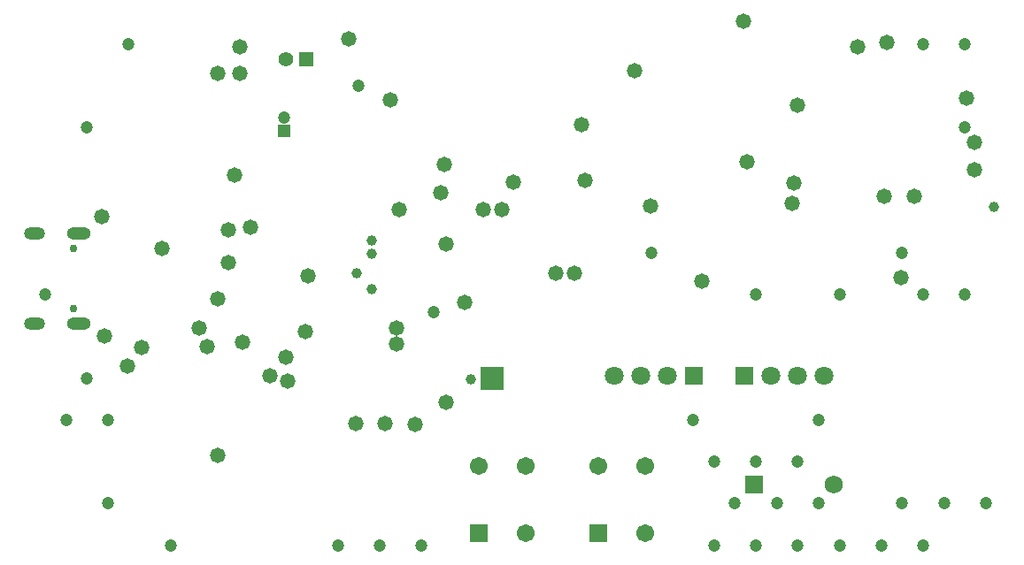
<source format=gbs>
G04*
G04 #@! TF.GenerationSoftware,Altium Limited,Altium Designer,23.2.1 (34)*
G04*
G04 Layer_Color=16711935*
%FSLAX44Y44*%
%MOMM*%
G71*
G04*
G04 #@! TF.SameCoordinates,8496A63A-E985-4FE9-BA7E-BC2AAF8C8172*
G04*
G04*
G04 #@! TF.FilePolarity,Negative*
G04*
G01*
G75*
%ADD54R,2.2032X2.2032*%
%ADD86C,1.8032*%
%ADD87R,1.8032X1.8032*%
%ADD88C,1.7112*%
%ADD89R,1.7112X1.7112*%
%ADD90R,1.4032X1.4032*%
%ADD91C,1.4032*%
%ADD92O,2.3032X1.2032*%
%ADD93C,0.7500*%
%ADD94O,2.0032X1.2032*%
%ADD95C,1.2032*%
%ADD96R,1.2032X1.2032*%
%ADD97R,1.7532X1.7532*%
%ADD98C,1.7532*%
%ADD99C,1.0032*%
%ADD100C,1.4732*%
D54*
X828040Y800100D02*
D03*
D86*
X1145540Y802640D02*
D03*
X1120140D02*
D03*
X1094740D02*
D03*
X944880D02*
D03*
X970280D02*
D03*
X995680D02*
D03*
D87*
X1069340D02*
D03*
X1021080D02*
D03*
D88*
X973983Y716280D02*
D03*
Y651280D02*
D03*
X928983Y716280D02*
D03*
X815084D02*
D03*
X860084Y651280D02*
D03*
Y716280D02*
D03*
D89*
X928983Y651280D02*
D03*
X815084D02*
D03*
D90*
X650080Y1105226D02*
D03*
D91*
X630080D02*
D03*
D92*
X432045Y852150D02*
D03*
Y938550D02*
D03*
D93*
X427045Y924250D02*
D03*
Y866450D02*
D03*
D94*
X390245Y938550D02*
D03*
Y852150D02*
D03*
D95*
X629019Y1049752D02*
D03*
X1080000Y720000D02*
D03*
X1280000Y1120000D02*
D03*
Y1040000D02*
D03*
Y880000D02*
D03*
X1300000Y680000D02*
D03*
X1240000Y1120000D02*
D03*
Y880000D02*
D03*
X1260000Y680000D02*
D03*
X1240000Y640000D02*
D03*
X1220000Y920000D02*
D03*
Y680000D02*
D03*
X1200000Y640000D02*
D03*
X1160000Y880000D02*
D03*
Y640000D02*
D03*
X1140000Y760000D02*
D03*
X1120000Y720000D02*
D03*
X1140000Y680000D02*
D03*
X1120000Y640000D02*
D03*
X1080000Y880000D02*
D03*
X1100000Y680000D02*
D03*
X1080000Y640000D02*
D03*
X1040000Y720000D02*
D03*
X1060000Y680000D02*
D03*
X1040000Y640000D02*
D03*
X1020000Y760000D02*
D03*
X980000Y920000D02*
D03*
X760000Y640000D02*
D03*
X720000D02*
D03*
X700000Y1080000D02*
D03*
X680000Y640000D02*
D03*
X520000D02*
D03*
X480000Y1120000D02*
D03*
X440000Y1040000D02*
D03*
Y800000D02*
D03*
X460000Y760000D02*
D03*
Y680000D02*
D03*
X400000Y880000D02*
D03*
X420000Y760000D02*
D03*
X772160Y863600D02*
D03*
D96*
X629019Y1037052D02*
D03*
D97*
X1078230Y698500D02*
D03*
D98*
X1154430D02*
D03*
D99*
X807720Y798830D02*
D03*
X1308100Y963930D02*
D03*
X712470Y919480D02*
D03*
Y885190D02*
D03*
X698500Y900430D02*
D03*
X712470Y932180D02*
D03*
D100*
X511810Y924560D02*
D03*
X916940Y989330D02*
D03*
X730250Y1066800D02*
D03*
X1219200Y896620D02*
D03*
X1205230Y1121410D02*
D03*
X1177290Y1117600D02*
D03*
X1231900Y974090D02*
D03*
X1202690D02*
D03*
X1281430Y1068070D02*
D03*
X648970Y844550D02*
D03*
X478790Y811530D02*
D03*
X565150Y726440D02*
D03*
X906780Y900430D02*
D03*
X889000D02*
D03*
X783590Y928370D02*
D03*
X1289050Y1026160D02*
D03*
Y999490D02*
D03*
X589280Y834390D02*
D03*
X547370Y848360D02*
D03*
X492760Y829310D02*
D03*
X565150Y876300D02*
D03*
X848360Y988060D02*
D03*
X783590Y777240D02*
D03*
X736600Y848360D02*
D03*
Y833120D02*
D03*
X754380Y755650D02*
D03*
X725170Y756920D02*
D03*
X697230D02*
D03*
X632460Y797560D02*
D03*
X979170Y965200D02*
D03*
X1028700Y892810D02*
D03*
X836930Y961390D02*
D03*
X819150D02*
D03*
X554990Y830580D02*
D03*
X778510Y977900D02*
D03*
X739140Y961390D02*
D03*
X801370Y872490D02*
D03*
X1120140Y1061720D02*
D03*
X963930Y1094740D02*
D03*
X913130Y1042670D02*
D03*
X575310Y942340D02*
D03*
Y910590D02*
D03*
X596900Y944880D02*
D03*
X1068070Y1141730D02*
D03*
X1115060Y967740D02*
D03*
X1116330Y986790D02*
D03*
X1071185Y1007128D02*
D03*
X782320Y1004570D02*
D03*
X690880Y1125220D02*
D03*
X457200Y840740D02*
D03*
X454660Y955040D02*
D03*
X586740Y1117600D02*
D03*
Y1092200D02*
D03*
X581660Y994410D02*
D03*
X565150Y1092200D02*
D03*
X614784Y802011D02*
D03*
X630024Y819791D02*
D03*
X651510Y897890D02*
D03*
M02*

</source>
